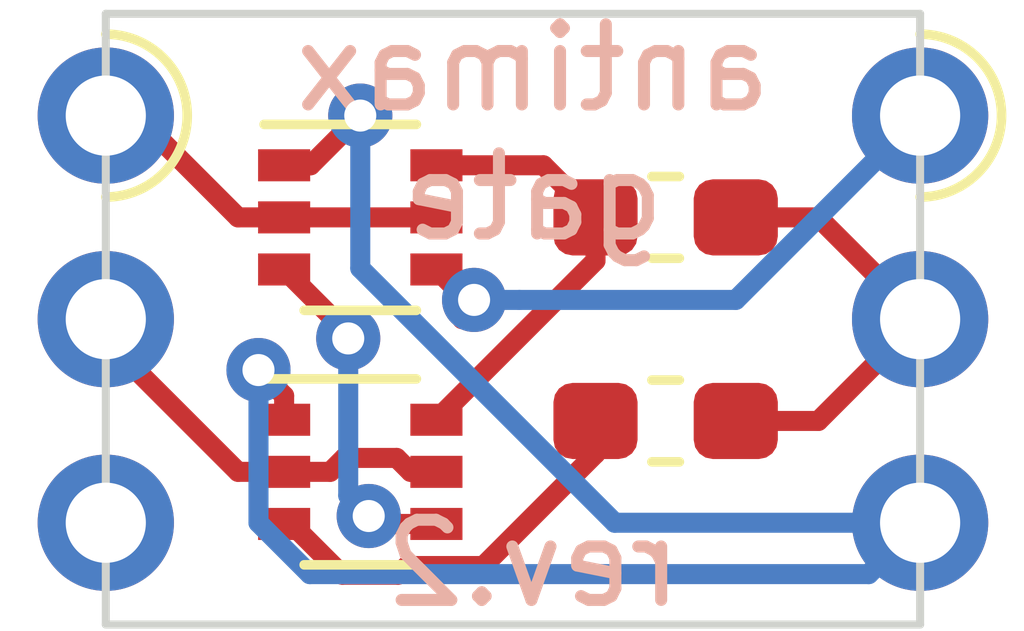
<source format=kicad_pcb>
(kicad_pcb (version 20171130) (host pcbnew 5.1.6)

  (general
    (thickness 1.6)
    (drawings 6)
    (tracks 57)
    (zones 0)
    (modules 6)
    (nets 10)
  )

  (page A4)
  (layers
    (0 F.Cu signal)
    (31 B.Cu signal)
    (32 B.Adhes user)
    (33 F.Adhes user)
    (34 B.Paste user)
    (35 F.Paste user)
    (36 B.SilkS user)
    (37 F.SilkS user)
    (38 B.Mask user)
    (39 F.Mask user)
    (40 Dwgs.User user)
    (41 Cmts.User user)
    (42 Eco1.User user)
    (43 Eco2.User user)
    (44 Edge.Cuts user)
    (45 Margin user)
    (46 B.CrtYd user)
    (47 F.CrtYd user)
    (48 B.Fab user)
    (49 F.Fab user hide)
  )

  (setup
    (last_trace_width 0.25)
    (user_trace_width 0.3)
    (trace_clearance 0.2)
    (zone_clearance 0.508)
    (zone_45_only no)
    (trace_min 0.2)
    (via_size 0.8)
    (via_drill 0.4)
    (via_min_size 0.4)
    (via_min_drill 0.3)
    (uvia_size 0.3)
    (uvia_drill 0.1)
    (uvias_allowed no)
    (uvia_min_size 0.2)
    (uvia_min_drill 0.1)
    (edge_width 0.05)
    (segment_width 0.2)
    (pcb_text_width 0.3)
    (pcb_text_size 1.5 1.5)
    (mod_edge_width 0.12)
    (mod_text_size 1 1)
    (mod_text_width 0.15)
    (pad_size 1.524 1.524)
    (pad_drill 0.762)
    (pad_to_mask_clearance 0.05)
    (aux_axis_origin 0 0)
    (visible_elements FFFFFF7F)
    (pcbplotparams
      (layerselection 0x010fc_ffffffff)
      (usegerberextensions false)
      (usegerberattributes true)
      (usegerberadvancedattributes true)
      (creategerberjobfile true)
      (excludeedgelayer true)
      (linewidth 0.100000)
      (plotframeref false)
      (viasonmask false)
      (mode 1)
      (useauxorigin false)
      (hpglpennumber 1)
      (hpglpenspeed 20)
      (hpglpendiameter 15.000000)
      (psnegative false)
      (psa4output false)
      (plotreference true)
      (plotvalue true)
      (plotinvisibletext false)
      (padsonsilk false)
      (subtractmaskfromsilk false)
      (outputformat 1)
      (mirror false)
      (drillshape 0)
      (scaleselection 1)
      (outputdirectory ""))
  )

  (net 0 "")
  (net 1 Vss)
  (net 2 Out)
  (net 3 B)
  (net 4 Vdd)
  (net 5 A)
  (net 6 "Net-(Q1-Pad3)")
  (net 7 "Net-(J1-Pad3)")
  (net 8 "Net-(Q1-Pad6)")
  (net 9 "Net-(Q2-Pad3)")

  (net_class Default "This is the default net class."
    (clearance 0.2)
    (trace_width 0.25)
    (via_dia 0.8)
    (via_drill 0.4)
    (uvia_dia 0.3)
    (uvia_drill 0.1)
    (add_net A)
    (add_net B)
    (add_net "Net-(J1-Pad3)")
    (add_net "Net-(Q1-Pad3)")
    (add_net "Net-(Q1-Pad6)")
    (add_net "Net-(Q2-Pad3)")
    (add_net Out)
    (add_net Vdd)
    (add_net Vss)
  )

  (module Resistor_SMD:R_0603_1608Metric_Pad1.05x0.95mm_HandSolder (layer F.Cu) (tedit 5B301BBD) (tstamp 5FF69AE2)
    (at 112.395 59.69 180)
    (descr "Resistor SMD 0603 (1608 Metric), square (rectangular) end terminal, IPC_7351 nominal with elongated pad for handsoldering. (Body size source: http://www.tortai-tech.com/upload/download/2011102023233369053.pdf), generated with kicad-footprint-generator")
    (tags "resistor handsolder")
    (path /5FF7AE9E)
    (attr smd)
    (fp_text reference R2 (at 0 -1.43) (layer F.SilkS) hide
      (effects (font (size 1 1) (thickness 0.15)))
    )
    (fp_text value 12k (at 0 1.43) (layer F.Fab)
      (effects (font (size 1 1) (thickness 0.15)))
    )
    (fp_line (start -0.8 0.4) (end -0.8 -0.4) (layer F.Fab) (width 0.1))
    (fp_line (start -0.8 -0.4) (end 0.8 -0.4) (layer F.Fab) (width 0.1))
    (fp_line (start 0.8 -0.4) (end 0.8 0.4) (layer F.Fab) (width 0.1))
    (fp_line (start 0.8 0.4) (end -0.8 0.4) (layer F.Fab) (width 0.1))
    (fp_line (start -0.171267 -0.51) (end 0.171267 -0.51) (layer F.SilkS) (width 0.12))
    (fp_line (start -0.171267 0.51) (end 0.171267 0.51) (layer F.SilkS) (width 0.12))
    (fp_line (start -1.65 0.73) (end -1.65 -0.73) (layer F.CrtYd) (width 0.05))
    (fp_line (start -1.65 -0.73) (end 1.65 -0.73) (layer F.CrtYd) (width 0.05))
    (fp_line (start 1.65 -0.73) (end 1.65 0.73) (layer F.CrtYd) (width 0.05))
    (fp_line (start 1.65 0.73) (end -1.65 0.73) (layer F.CrtYd) (width 0.05))
    (fp_text user %R (at 0 0) (layer F.Fab)
      (effects (font (size 0.4 0.4) (thickness 0.06)))
    )
    (pad 1 smd roundrect (at -0.875 0 180) (size 1.05 0.95) (layers F.Cu F.Paste F.Mask) (roundrect_rratio 0.25)
      (net 2 Out))
    (pad 2 smd roundrect (at 0.875 0 180) (size 1.05 0.95) (layers F.Cu F.Paste F.Mask) (roundrect_rratio 0.25)
      (net 8 "Net-(Q1-Pad6)"))
    (model ${KISYS3DMOD}/Resistor_SMD.3dshapes/R_0603_1608Metric.wrl
      (at (xyz 0 0 0))
      (scale (xyz 1 1 1))
      (rotate (xyz 0 0 0))
    )
  )

  (module Resistor_SMD:R_0603_1608Metric_Pad1.05x0.95mm_HandSolder (layer F.Cu) (tedit 5B301BBD) (tstamp 5FF69AD1)
    (at 112.395 62.23)
    (descr "Resistor SMD 0603 (1608 Metric), square (rectangular) end terminal, IPC_7351 nominal with elongated pad for handsoldering. (Body size source: http://www.tortai-tech.com/upload/download/2011102023233369053.pdf), generated with kicad-footprint-generator")
    (tags "resistor handsolder")
    (path /5FF7A92C)
    (attr smd)
    (fp_text reference R1 (at 0 -1.43) (layer F.SilkS) hide
      (effects (font (size 1 1) (thickness 0.15)))
    )
    (fp_text value 12k (at 0 1.43) (layer F.Fab)
      (effects (font (size 1 1) (thickness 0.15)))
    )
    (fp_line (start -0.8 0.4) (end -0.8 -0.4) (layer F.Fab) (width 0.1))
    (fp_line (start -0.8 -0.4) (end 0.8 -0.4) (layer F.Fab) (width 0.1))
    (fp_line (start 0.8 -0.4) (end 0.8 0.4) (layer F.Fab) (width 0.1))
    (fp_line (start 0.8 0.4) (end -0.8 0.4) (layer F.Fab) (width 0.1))
    (fp_line (start -0.171267 -0.51) (end 0.171267 -0.51) (layer F.SilkS) (width 0.12))
    (fp_line (start -0.171267 0.51) (end 0.171267 0.51) (layer F.SilkS) (width 0.12))
    (fp_line (start -1.65 0.73) (end -1.65 -0.73) (layer F.CrtYd) (width 0.05))
    (fp_line (start -1.65 -0.73) (end 1.65 -0.73) (layer F.CrtYd) (width 0.05))
    (fp_line (start 1.65 -0.73) (end 1.65 0.73) (layer F.CrtYd) (width 0.05))
    (fp_line (start 1.65 0.73) (end -1.65 0.73) (layer F.CrtYd) (width 0.05))
    (fp_text user %R (at 0 0) (layer F.Fab)
      (effects (font (size 0.4 0.4) (thickness 0.06)))
    )
    (pad 1 smd roundrect (at -0.875 0) (size 1.05 0.95) (layers F.Cu F.Paste F.Mask) (roundrect_rratio 0.25)
      (net 9 "Net-(Q2-Pad3)"))
    (pad 2 smd roundrect (at 0.875 0) (size 1.05 0.95) (layers F.Cu F.Paste F.Mask) (roundrect_rratio 0.25)
      (net 2 Out))
    (model ${KISYS3DMOD}/Resistor_SMD.3dshapes/R_0603_1608Metric.wrl
      (at (xyz 0 0 0))
      (scale (xyz 1 1 1))
      (rotate (xyz 0 0 0))
    )
  )

  (module Package_TO_SOT_SMD:SOT-363_SC-70-6 (layer F.Cu) (tedit 5A02FF57) (tstamp 5FF69AC0)
    (at 108.585 62.865)
    (descr "SOT-363, SC-70-6")
    (tags "SOT-363 SC-70-6")
    (path /5FF702D6)
    (attr smd)
    (fp_text reference Q2 (at 0 -2) (layer F.SilkS) hide
      (effects (font (size 1 1) (thickness 0.15)))
    )
    (fp_text value BSS8402DW (at 0 2 180) (layer F.Fab)
      (effects (font (size 1 1) (thickness 0.15)))
    )
    (fp_line (start 0.7 -1.16) (end -1.2 -1.16) (layer F.SilkS) (width 0.12))
    (fp_line (start -0.7 1.16) (end 0.7 1.16) (layer F.SilkS) (width 0.12))
    (fp_line (start 1.6 1.4) (end 1.6 -1.4) (layer F.CrtYd) (width 0.05))
    (fp_line (start -1.6 -1.4) (end -1.6 1.4) (layer F.CrtYd) (width 0.05))
    (fp_line (start -1.6 -1.4) (end 1.6 -1.4) (layer F.CrtYd) (width 0.05))
    (fp_line (start 0.675 -1.1) (end -0.175 -1.1) (layer F.Fab) (width 0.1))
    (fp_line (start -0.675 -0.6) (end -0.675 1.1) (layer F.Fab) (width 0.1))
    (fp_line (start -1.6 1.4) (end 1.6 1.4) (layer F.CrtYd) (width 0.05))
    (fp_line (start 0.675 -1.1) (end 0.675 1.1) (layer F.Fab) (width 0.1))
    (fp_line (start 0.675 1.1) (end -0.675 1.1) (layer F.Fab) (width 0.1))
    (fp_line (start -0.175 -1.1) (end -0.675 -0.6) (layer F.Fab) (width 0.1))
    (fp_text user %R (at 0 0 90) (layer F.Fab)
      (effects (font (size 0.5 0.5) (thickness 0.075)))
    )
    (pad 1 smd rect (at -0.95 -0.65) (size 0.65 0.4) (layers F.Cu F.Paste F.Mask)
      (net 1 Vss))
    (pad 3 smd rect (at -0.95 0.65) (size 0.65 0.4) (layers F.Cu F.Paste F.Mask)
      (net 9 "Net-(Q2-Pad3)"))
    (pad 5 smd rect (at 0.95 0) (size 0.65 0.4) (layers F.Cu F.Paste F.Mask)
      (net 3 B))
    (pad 2 smd rect (at -0.95 0) (size 0.65 0.4) (layers F.Cu F.Paste F.Mask)
      (net 3 B))
    (pad 4 smd rect (at 0.95 0.65) (size 0.65 0.4) (layers F.Cu F.Paste F.Mask)
      (net 6 "Net-(Q1-Pad3)"))
    (pad 6 smd rect (at 0.95 -0.65) (size 0.65 0.4) (layers F.Cu F.Paste F.Mask)
      (net 8 "Net-(Q1-Pad6)"))
    (model ${KISYS3DMOD}/Package_TO_SOT_SMD.3dshapes/SOT-363_SC-70-6.wrl
      (at (xyz 0 0 0))
      (scale (xyz 1 1 1))
      (rotate (xyz 0 0 0))
    )
  )

  (module Package_TO_SOT_SMD:SOT-363_SC-70-6 (layer F.Cu) (tedit 5A02FF57) (tstamp 5FF69AAA)
    (at 108.585 59.69)
    (descr "SOT-363, SC-70-6")
    (tags "SOT-363 SC-70-6")
    (path /5FF69E80)
    (attr smd)
    (fp_text reference Q1 (at 0 -2) (layer F.SilkS) hide
      (effects (font (size 1 1) (thickness 0.15)))
    )
    (fp_text value BSS8402DW (at 0 2 180) (layer F.Fab)
      (effects (font (size 1 1) (thickness 0.15)))
    )
    (fp_line (start 0.7 -1.16) (end -1.2 -1.16) (layer F.SilkS) (width 0.12))
    (fp_line (start -0.7 1.16) (end 0.7 1.16) (layer F.SilkS) (width 0.12))
    (fp_line (start 1.6 1.4) (end 1.6 -1.4) (layer F.CrtYd) (width 0.05))
    (fp_line (start -1.6 -1.4) (end -1.6 1.4) (layer F.CrtYd) (width 0.05))
    (fp_line (start -1.6 -1.4) (end 1.6 -1.4) (layer F.CrtYd) (width 0.05))
    (fp_line (start 0.675 -1.1) (end -0.175 -1.1) (layer F.Fab) (width 0.1))
    (fp_line (start -0.675 -0.6) (end -0.675 1.1) (layer F.Fab) (width 0.1))
    (fp_line (start -1.6 1.4) (end 1.6 1.4) (layer F.CrtYd) (width 0.05))
    (fp_line (start 0.675 -1.1) (end 0.675 1.1) (layer F.Fab) (width 0.1))
    (fp_line (start 0.675 1.1) (end -0.675 1.1) (layer F.Fab) (width 0.1))
    (fp_line (start -0.175 -1.1) (end -0.675 -0.6) (layer F.Fab) (width 0.1))
    (fp_text user %R (at 0 0 90) (layer F.Fab)
      (effects (font (size 0.5 0.5) (thickness 0.075)))
    )
    (pad 1 smd rect (at -0.95 -0.65) (size 0.65 0.4) (layers F.Cu F.Paste F.Mask)
      (net 1 Vss))
    (pad 3 smd rect (at -0.95 0.65) (size 0.65 0.4) (layers F.Cu F.Paste F.Mask)
      (net 6 "Net-(Q1-Pad3)"))
    (pad 5 smd rect (at 0.95 0) (size 0.65 0.4) (layers F.Cu F.Paste F.Mask)
      (net 5 A))
    (pad 2 smd rect (at -0.95 0) (size 0.65 0.4) (layers F.Cu F.Paste F.Mask)
      (net 5 A))
    (pad 4 smd rect (at 0.95 0.65) (size 0.65 0.4) (layers F.Cu F.Paste F.Mask)
      (net 4 Vdd))
    (pad 6 smd rect (at 0.95 -0.65) (size 0.65 0.4) (layers F.Cu F.Paste F.Mask)
      (net 8 "Net-(Q1-Pad6)"))
    (model ${KISYS3DMOD}/Package_TO_SOT_SMD.3dshapes/SOT-363_SC-70-6.wrl
      (at (xyz 0 0 0))
      (scale (xyz 1 1 1))
      (rotate (xyz 0 0 0))
    )
  )

  (module Castellation:Edge_Castellation_1x03_P2.54 (layer F.Cu) (tedit 5FED63D6) (tstamp 5FF69A94)
    (at 115.57 58.42)
    (descr "Edge Castellation, 1x03, 2.54mm pitch, single row")
    (tags "Castellation Edge 1x03 2.54mm single row")
    (path /5FE25C8C)
    (fp_text reference J2 (at 0 -2.54) (layer F.SilkS) hide
      (effects (font (size 1 1) (thickness 0.15)))
    )
    (fp_text value Conn_01x03 (at 0 7.85) (layer F.Fab)
      (effects (font (size 1 1) (thickness 0.15)))
    )
    (fp_line (start -1.27 -1.27) (end 0.635 -1.27) (layer F.Fab) (width 0.1))
    (fp_line (start 0.635 -1.27) (end 1.27 -0.635) (layer F.Fab) (width 0.1))
    (fp_line (start 1.27 -0.635) (end 1.27 6.35) (layer F.Fab) (width 0.1))
    (fp_line (start 1.27 6.35) (end -1.27 6.35) (layer F.Fab) (width 0.1))
    (fp_line (start -1.27 6.35) (end -1.27 -1.27) (layer F.Fab) (width 0.1))
    (fp_arc (start 0 0) (end 0 1.016) (angle -180) (layer F.SilkS) (width 0.12))
    (fp_text user %R (at 0 2.54 90) (layer F.Fab)
      (effects (font (size 1 1) (thickness 0.15)))
    )
    (pad 3 thru_hole oval (at 0 5.08) (size 1.7 1.7) (drill 1) (layers *.Cu *.Mask)
      (net 1 Vss))
    (pad 2 thru_hole oval (at 0 2.54) (size 1.7 1.7) (drill 1) (layers *.Cu *.Mask)
      (net 2 Out))
    (pad 1 thru_hole oval (at 0 0) (size 1.7 1.7) (drill 1) (layers *.Cu *.Mask)
      (net 4 Vdd))
  )

  (module Castellation:Edge_Castellation_1x03_P2.54 (layer F.Cu) (tedit 5FED63D6) (tstamp 5FF69A86)
    (at 105.41 58.42)
    (descr "Edge Castellation, 1x03, 2.54mm pitch, single row")
    (tags "Castellation Edge 1x03 2.54mm single row")
    (path /5FE24834)
    (fp_text reference J1 (at 0 -2.54) (layer F.SilkS) hide
      (effects (font (size 1 1) (thickness 0.15)))
    )
    (fp_text value Conn_01x03 (at 0 7.85) (layer F.Fab)
      (effects (font (size 1 1) (thickness 0.15)))
    )
    (fp_line (start -1.27 -1.27) (end 0.635 -1.27) (layer F.Fab) (width 0.1))
    (fp_line (start 0.635 -1.27) (end 1.27 -0.635) (layer F.Fab) (width 0.1))
    (fp_line (start 1.27 -0.635) (end 1.27 6.35) (layer F.Fab) (width 0.1))
    (fp_line (start 1.27 6.35) (end -1.27 6.35) (layer F.Fab) (width 0.1))
    (fp_line (start -1.27 6.35) (end -1.27 -1.27) (layer F.Fab) (width 0.1))
    (fp_arc (start 0 0) (end 0 1.016) (angle -180) (layer F.SilkS) (width 0.12))
    (fp_text user %R (at 0 2.54 90) (layer F.Fab)
      (effects (font (size 1 1) (thickness 0.15)))
    )
    (pad 3 thru_hole oval (at 0 5.08) (size 1.7 1.7) (drill 1) (layers *.Cu *.Mask)
      (net 7 "Net-(J1-Pad3)"))
    (pad 2 thru_hole oval (at 0 2.54) (size 1.7 1.7) (drill 1) (layers *.Cu *.Mask)
      (net 3 B))
    (pad 1 thru_hole oval (at 0 0) (size 1.7 1.7) (drill 1) (layers *.Cu *.Mask)
      (net 5 A))
  )

  (gr_text rev.2 (at 110.744 64.008) (layer B.SilkS)
    (effects (font (size 1 1) (thickness 0.15)) (justify mirror))
  )
  (gr_text "antimax\ngate\n\n" (at 110.744 59.436) (layer B.SilkS)
    (effects (font (size 1 1) (thickness 0.15)) (justify mirror))
  )
  (gr_line (start 115.57 57.15) (end 115.57 64.77) (layer Edge.Cuts) (width 0.1))
  (gr_line (start 105.41 57.15) (end 115.57 57.15) (layer Edge.Cuts) (width 0.1))
  (gr_line (start 105.41 64.77) (end 105.41 57.15) (layer Edge.Cuts) (width 0.1))
  (gr_line (start 115.57 64.77) (end 105.41 64.77) (layer Edge.Cuts) (width 0.1))

  (segment (start 107.635 59.04) (end 107.965 59.04) (width 0.25) (layer F.Cu) (net 1))
  (segment (start 107.965 59.04) (end 108.585 58.42) (width 0.25) (layer F.Cu) (net 1))
  (segment (start 107.635 62.215) (end 107.635 61.915) (width 0.25) (layer F.Cu) (net 1))
  (segment (start 107.635 61.915) (end 107.315 61.595) (width 0.25) (layer F.Cu) (net 1))
  (segment (start 108.585 58.42) (end 108.585 58.42) (width 0.25) (layer F.Cu) (net 1) (tstamp 5FF6B049))
  (via (at 108.585 58.42) (size 0.8) (drill 0.4) (layers F.Cu B.Cu) (net 1))
  (segment (start 107.315 61.595) (end 107.315 61.595) (width 0.25) (layer F.Cu) (net 1) (tstamp 5FF6B04B))
  (via (at 107.315 61.595) (size 0.8) (drill 0.4) (layers F.Cu B.Cu) (net 1))
  (segment (start 108.585 58.42) (end 108.585 60.325) (width 0.25) (layer B.Cu) (net 1))
  (segment (start 111.76 63.5) (end 115.19499 63.5) (width 0.25) (layer B.Cu) (net 1))
  (segment (start 108.585 60.325) (end 111.76 63.5) (width 0.25) (layer B.Cu) (net 1))
  (segment (start 107.315 61.595) (end 107.315 63.5) (width 0.25) (layer B.Cu) (net 1))
  (segment (start 107.315 63.5) (end 107.956044 64.141044) (width 0.25) (layer B.Cu) (net 1))
  (segment (start 114.928956 64.141044) (end 115.19499 63.87501) (width 0.25) (layer B.Cu) (net 1))
  (segment (start 107.956044 64.141044) (end 114.928956 64.141044) (width 0.25) (layer B.Cu) (net 1))
  (segment (start 114.3 62.23) (end 115.19499 61.33501) (width 0.25) (layer F.Cu) (net 2))
  (segment (start 113.27 62.23) (end 114.3 62.23) (width 0.25) (layer F.Cu) (net 2))
  (segment (start 114.3 59.69) (end 115.19499 60.58499) (width 0.25) (layer F.Cu) (net 2))
  (segment (start 113.27 59.69) (end 114.3 59.69) (width 0.25) (layer F.Cu) (net 2))
  (segment (start 107.06 62.865) (end 105.78501 61.59001) (width 0.25) (layer F.Cu) (net 3))
  (segment (start 107.635 62.865) (end 107.06 62.865) (width 0.25) (layer F.Cu) (net 3))
  (segment (start 109.038413 62.691033) (end 108.383967 62.691033) (width 0.25) (layer F.Cu) (net 3))
  (segment (start 109.535 62.865) (end 109.21238 62.865) (width 0.25) (layer F.Cu) (net 3))
  (segment (start 108.21 62.865) (end 107.635 62.865) (width 0.25) (layer F.Cu) (net 3))
  (segment (start 108.383967 62.691033) (end 108.21 62.865) (width 0.25) (layer F.Cu) (net 3))
  (segment (start 109.21238 62.865) (end 109.038413 62.691033) (width 0.25) (layer F.Cu) (net 3))
  (segment (start 109.855 60.96) (end 109.855 60.96) (width 0.25) (layer F.Cu) (net 4) (tstamp 5FF6B02B))
  (via (at 110.005 60.71968) (size 0.8) (drill 0.4) (layers F.Cu B.Cu) (net 4))
  (segment (start 109.535 60.34) (end 109.91468 60.71968) (width 0.25) (layer F.Cu) (net 4))
  (segment (start 115.19499 58.79501) (end 113.27032 60.71968) (width 0.25) (layer B.Cu) (net 4))
  (segment (start 113.27032 60.71968) (end 110.570685 60.71968) (width 0.25) (layer B.Cu) (net 4))
  (segment (start 110.570685 60.71968) (end 110.005 60.71968) (width 0.25) (layer B.Cu) (net 4))
  (segment (start 109.91468 60.71968) (end 110.005 60.71968) (width 0.25) (layer F.Cu) (net 4))
  (segment (start 109.535 59.69) (end 107.635 59.69) (width 0.25) (layer F.Cu) (net 5))
  (segment (start 107.635 59.69) (end 107.06 59.69) (width 0.25) (layer F.Cu) (net 5))
  (segment (start 105.79 58.42) (end 105.78501 58.42) (width 0.25) (layer F.Cu) (net 5))
  (segment (start 107.06 59.69) (end 105.79 58.42) (width 0.25) (layer F.Cu) (net 5))
  (segment (start 108.585 60.96) (end 108.585 60.96) (width 0.25) (layer F.Cu) (net 6) (tstamp 5FF6AFD5))
  (via (at 108.434845 61.200165) (size 0.8) (drill 0.4) (layers F.Cu B.Cu) (net 6))
  (segment (start 108.434845 61.139845) (end 108.434845 61.200165) (width 0.25) (layer F.Cu) (net 6))
  (segment (start 107.635 60.34) (end 108.434845 61.139845) (width 0.25) (layer F.Cu) (net 6))
  (segment (start 108.434845 63.160467) (end 108.690412 63.416034) (width 0.25) (layer B.Cu) (net 6))
  (segment (start 108.434845 61.200165) (end 108.434845 63.160467) (width 0.25) (layer B.Cu) (net 6))
  (segment (start 109.535 63.515) (end 108.789378 63.515) (width 0.25) (layer F.Cu) (net 6))
  (segment (start 108.789378 63.515) (end 108.690412 63.416034) (width 0.25) (layer F.Cu) (net 6))
  (via (at 108.690412 63.416034) (size 0.8) (drill 0.4) (layers F.Cu B.Cu) (net 6))
  (segment (start 110.87 59.04) (end 111.52 59.69) (width 0.25) (layer F.Cu) (net 8))
  (segment (start 109.535 59.04) (end 110.87 59.04) (width 0.25) (layer F.Cu) (net 8))
  (segment (start 111.52 60.23) (end 109.535 62.215) (width 0.25) (layer F.Cu) (net 8))
  (segment (start 111.52 59.69) (end 111.52 60.23) (width 0.25) (layer F.Cu) (net 8))
  (segment (start 111.52 62.640002) (end 111.52 62.23) (width 0.25) (layer F.Cu) (net 9))
  (segment (start 110.120001 64.040001) (end 111.52 62.640002) (width 0.25) (layer F.Cu) (net 9))
  (segment (start 107.635 63.515) (end 107.727218 63.515) (width 0.25) (layer F.Cu) (net 9))
  (segment (start 109.057007 64.148787) (end 109.165793 64.040001) (width 0.25) (layer F.Cu) (net 9))
  (segment (start 107.727218 63.515) (end 108.361005 64.148787) (width 0.25) (layer F.Cu) (net 9))
  (segment (start 108.361005 64.148787) (end 109.057007 64.148787) (width 0.25) (layer F.Cu) (net 9))
  (segment (start 109.165793 64.040001) (end 110.120001 64.040001) (width 0.25) (layer F.Cu) (net 9))

)

</source>
